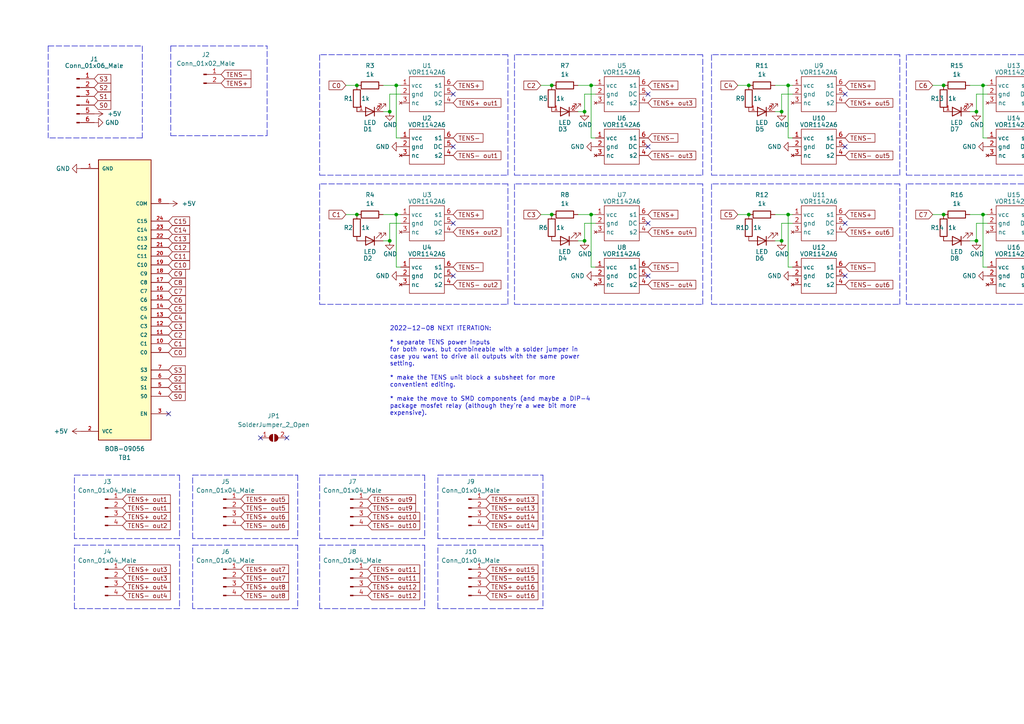
<source format=kicad_sch>
(kicad_sch (version 20211123) (generator eeschema)
  (paper "A4")
  (junction (at 160.02 24.765))
  (junction (at 399.415 24.765))
  (junction (at 169.545 32.385))
  (junction (at 511.175 32.385))
  (junction (at 113.03 69.85))
  (junction (at 340.995 69.85))
  (junction (at 217.17 62.23))
  (junction (at 171.45 24.765))
  (junction (at 103.505 24.765))
  (junction (at 387.985 62.23))
  (junction (at 103.505 62.23))
  (junction (at 171.45 62.23))
  (junction (at 273.685 24.765))
  (junction (at 454.66 32.385))
  (junction (at 397.51 32.385))
  (junction (at 283.21 69.85))
  (junction (at 340.995 32.385))
  (junction (at 456.565 62.23))
  (junction (at 445.135 24.765))
  (junction (at 454.66 69.85))
  (junction (at 228.6 24.765))
  (junction (at 285.115 62.23))
  (junction (at 513.08 62.23))
  (junction (at 226.695 32.385))
  (junction (at 160.02 62.23))
  (junction (at 114.935 24.765))
  (junction (at 445.135 62.23))
  (junction (at 456.565 24.765))
  (junction (at 283.21 32.385))
  (junction (at 511.175 69.85))
  (junction (at 387.985 24.765))
  (junction (at 226.695 69.85))
  (junction (at 331.47 62.23))
  (junction (at 114.935 62.23))
  (junction (at 113.03 32.385))
  (junction (at 217.17 24.765))
  (junction (at 342.9 62.23))
  (junction (at 342.9 24.765))
  (junction (at 285.115 24.765))
  (junction (at 397.51 69.85))
  (junction (at 228.6 62.23))
  (junction (at 513.08 24.765))
  (junction (at 273.685 62.23))
  (junction (at 501.65 24.765))
  (junction (at 399.415 62.23))
  (junction (at 169.545 69.85))
  (junction (at 501.65 62.23))
  (junction (at 331.47 24.765))
  (no_connect (at 301.625 27.305))
  (no_connect (at 301.625 80.01))
  (no_connect (at 48.895 120.015))
  (no_connect (at 187.96 27.305))
  (no_connect (at 131.445 80.01))
  (no_connect (at 529.59 80.01))
  (no_connect (at 187.96 42.545))
  (no_connect (at 529.59 27.305))
  (no_connect (at 473.075 27.305))
  (no_connect (at 473.075 42.545))
  (no_connect (at 245.11 64.77))
  (no_connect (at 529.59 64.77))
  (no_connect (at 359.41 42.545))
  (no_connect (at 83.185 127))
  (no_connect (at 245.11 80.01))
  (no_connect (at 301.625 64.77))
  (no_connect (at 359.41 80.01))
  (no_connect (at 473.075 80.01))
  (no_connect (at 187.96 64.77))
  (no_connect (at 187.96 80.01))
  (no_connect (at 415.925 80.01))
  (no_connect (at 415.925 27.305))
  (no_connect (at 75.565 127))
  (no_connect (at 473.075 64.77))
  (no_connect (at 245.11 27.305))
  (no_connect (at 131.445 42.545))
  (no_connect (at 415.925 64.77))
  (no_connect (at 245.11 42.545))
  (no_connect (at 415.925 42.545))
  (no_connect (at 359.41 27.305))
  (no_connect (at 131.445 27.305))
  (no_connect (at 131.445 64.77))
  (no_connect (at 529.59 42.545))
  (no_connect (at 359.41 64.77))
  (no_connect (at 301.625 42.545))
  (polyline (pts (xy 206.375 15.875) (xy 206.375 50.8)))
  (wire (pts (xy 281.305 24.765) (xy 285.115 24.765)))
  (polyline (pts (xy 262.89 53.34) (xy 262.89 88.265)))
  (wire (pts (xy 340.995 64.77) (xy 344.17 64.77)))
  (polyline (pts (xy 123.19 158.115) (xy 123.19 176.53)))
  (polyline (pts (xy 206.375 53.34) (xy 206.375 88.265)))
  (polyline (pts (xy 86.36 176.53) (xy 55.88 176.53)))
  (wire (pts (xy 456.565 62.23) (xy 456.565 77.47)))
  (wire (pts (xy 399.415 62.23) (xy 400.685 62.23)))
  (polyline (pts (xy 49.53 13.335) (xy 77.47 13.335)))
  (polyline (pts (xy 260.985 88.265) (xy 260.985 53.34)))
  (polyline (pts (xy 488.95 50.8) (xy 488.95 15.875)))
  (wire (pts (xy 224.79 32.385) (xy 226.695 32.385)))
  (polyline (pts (xy 375.285 53.34) (xy 320.675 53.34)))
  (polyline (pts (xy 157.48 158.115) (xy 157.48 176.53)))
  (polyline (pts (xy 317.5 50.8) (xy 317.5 15.875)))
  (wire (pts (xy 167.64 62.23) (xy 171.45 62.23)))
  (polyline (pts (xy 262.89 88.265) (xy 317.5 88.265)))
  (polyline (pts (xy 127 156.21) (xy 127 137.795)))
  (wire (pts (xy 111.125 32.385) (xy 113.03 32.385)))
  (polyline (pts (xy 127 176.53) (xy 127 158.115)))
  (wire (pts (xy 509.27 62.23) (xy 513.08 62.23)))
  (wire (pts (xy 113.03 69.85) (xy 113.03 64.77)))
  (wire (pts (xy 339.09 32.385) (xy 340.995 32.385)))
  (polyline (pts (xy 52.07 137.795) (xy 52.07 156.21)))
  (wire (pts (xy 228.6 24.765) (xy 229.87 24.765)))
  (wire (pts (xy 511.175 27.305) (xy 514.35 27.305)))
  (polyline (pts (xy 157.48 156.21) (xy 127 156.21)))
  (wire (pts (xy 511.175 64.77) (xy 514.35 64.77)))
  (wire (pts (xy 169.545 64.77) (xy 172.72 64.77)))
  (polyline (pts (xy 41.275 13.335) (xy 41.275 40.005)))
  (polyline (pts (xy 377.19 88.265) (xy 431.8 88.265)))
  (polyline (pts (xy 375.285 50.8) (xy 375.285 15.875)))
  (wire (pts (xy 114.935 24.765) (xy 114.935 40.005)))
  (polyline (pts (xy 21.59 158.115) (xy 52.07 158.115)))
  (polyline (pts (xy 320.675 88.265) (xy 375.285 88.265)))
  (polyline (pts (xy 92.71 156.21) (xy 92.71 137.795)))
  (wire (pts (xy 213.995 24.765) (xy 217.17 24.765)))
  (wire (pts (xy 328.295 62.23) (xy 331.47 62.23)))
  (wire (pts (xy 285.115 24.765) (xy 285.115 40.005)))
  (wire (pts (xy 226.695 69.85) (xy 226.695 64.77)))
  (wire (pts (xy 342.9 62.23) (xy 342.9 77.47)))
  (polyline (pts (xy 147.32 53.34) (xy 92.71 53.34)))
  (wire (pts (xy 169.545 32.385) (xy 169.545 27.305)))
  (wire (pts (xy 456.565 77.47) (xy 457.835 77.47)))
  (wire (pts (xy 454.66 64.77) (xy 457.835 64.77)))
  (polyline (pts (xy 317.5 53.34) (xy 262.89 53.34)))
  (polyline (pts (xy 431.8 15.875) (xy 377.19 15.875)))
  (polyline (pts (xy 92.71 176.53) (xy 92.71 158.115)))
  (wire (pts (xy 452.755 62.23) (xy 456.565 62.23)))
  (polyline (pts (xy 260.985 15.875) (xy 206.375 15.875)))
  (wire (pts (xy 513.08 24.765) (xy 513.08 40.005)))
  (polyline (pts (xy 55.88 137.795) (xy 86.36 137.795)))
  (wire (pts (xy 285.115 77.47) (xy 286.385 77.47)))
  (wire (pts (xy 328.295 24.765) (xy 331.47 24.765)))
  (polyline (pts (xy 52.07 158.115) (xy 52.07 176.53)))
  (polyline (pts (xy 21.59 137.795) (xy 52.07 137.795)))
  (polyline (pts (xy 92.71 53.34) (xy 92.71 88.265)))
  (polyline (pts (xy 157.48 137.795) (xy 157.48 156.21)))
  (polyline (pts (xy 434.34 15.875) (xy 434.34 50.8)))
  (polyline (pts (xy 149.225 88.265) (xy 203.835 88.265)))
  (polyline (pts (xy 49.53 39.37) (xy 77.47 39.37)))
  (wire (pts (xy 513.08 24.765) (xy 514.35 24.765)))
  (wire (pts (xy 397.51 69.85) (xy 397.51 64.77)))
  (wire (pts (xy 228.6 77.47) (xy 229.87 77.47)))
  (polyline (pts (xy 52.07 176.53) (xy 21.59 176.53)))
  (polyline (pts (xy 127 158.115) (xy 157.48 158.115)))
  (wire (pts (xy 169.545 69.85) (xy 169.545 64.77)))
  (wire (pts (xy 100.33 24.765) (xy 103.505 24.765)))
  (wire (pts (xy 342.9 24.765) (xy 342.9 40.005)))
  (polyline (pts (xy 21.59 156.21) (xy 21.59 137.795)))
  (wire (pts (xy 456.565 24.765) (xy 457.835 24.765)))
  (polyline (pts (xy 203.835 15.875) (xy 149.225 15.875)))
  (polyline (pts (xy 49.53 13.335) (xy 49.53 39.37)))
  (polyline (pts (xy 317.5 88.265) (xy 317.5 53.34)))
  (polyline (pts (xy 490.855 50.8) (xy 545.465 50.8)))
  (wire (pts (xy 111.125 24.765) (xy 114.935 24.765)))
  (polyline (pts (xy 203.835 53.34) (xy 149.225 53.34)))
  (polyline (pts (xy 488.95 88.265) (xy 488.95 53.34)))
  (polyline (pts (xy 431.8 50.8) (xy 431.8 15.875)))
  (polyline (pts (xy 545.465 15.875) (xy 490.855 15.875)))
  (wire (pts (xy 171.45 40.005) (xy 172.72 40.005)))
  (polyline (pts (xy 545.465 53.34) (xy 490.855 53.34)))
  (polyline (pts (xy 123.19 176.53) (xy 92.71 176.53)))
  (wire (pts (xy 339.09 69.85) (xy 340.995 69.85)))
  (wire (pts (xy 114.935 77.47) (xy 116.205 77.47)))
  (wire (pts (xy 513.08 40.005) (xy 514.35 40.005)))
  (wire (pts (xy 441.96 62.23) (xy 445.135 62.23)))
  (polyline (pts (xy 377.19 50.8) (xy 431.8 50.8)))
  (wire (pts (xy 399.415 24.765) (xy 399.415 40.005)))
  (polyline (pts (xy 490.855 53.34) (xy 490.855 88.265)))
  (polyline (pts (xy 490.855 15.875) (xy 490.855 50.8)))
  (polyline (pts (xy 488.95 53.34) (xy 434.34 53.34)))
  (polyline (pts (xy 123.19 156.21) (xy 92.71 156.21)))
  (wire (pts (xy 228.6 40.005) (xy 229.87 40.005)))
  (wire (pts (xy 454.66 69.85) (xy 454.66 64.77)))
  (polyline (pts (xy 149.225 53.34) (xy 149.225 88.265)))
  (wire (pts (xy 340.995 32.385) (xy 340.995 27.305)))
  (polyline (pts (xy 149.225 15.875) (xy 149.225 50.8)))
  (wire (pts (xy 213.995 62.23) (xy 217.17 62.23)))
  (polyline (pts (xy 320.675 53.34) (xy 320.675 88.265)))
  (polyline (pts (xy 317.5 15.875) (xy 262.89 15.875)))
  (wire (pts (xy 456.565 40.005) (xy 457.835 40.005)))
  (wire (pts (xy 395.605 32.385) (xy 397.51 32.385)))
  (wire (pts (xy 285.115 40.005) (xy 286.385 40.005)))
  (wire (pts (xy 441.96 24.765) (xy 445.135 24.765)))
  (wire (pts (xy 452.755 32.385) (xy 454.66 32.385)))
  (wire (pts (xy 456.565 62.23) (xy 457.835 62.23)))
  (polyline (pts (xy 377.19 53.34) (xy 377.19 88.265)))
  (wire (pts (xy 285.115 62.23) (xy 285.115 77.47)))
  (wire (pts (xy 285.115 24.765) (xy 286.385 24.765)))
  (wire (pts (xy 513.08 62.23) (xy 513.08 77.47)))
  (polyline (pts (xy 21.59 176.53) (xy 21.59 158.115)))
  (wire (pts (xy 339.09 24.765) (xy 342.9 24.765)))
  (wire (pts (xy 114.935 40.005) (xy 116.205 40.005)))
  (polyline (pts (xy 431.8 88.265) (xy 431.8 53.34)))
  (polyline (pts (xy 431.8 53.34) (xy 377.19 53.34)))
  (wire (pts (xy 224.79 62.23) (xy 228.6 62.23)))
  (polyline (pts (xy 260.985 53.34) (xy 206.375 53.34)))
  (polyline (pts (xy 92.71 50.8) (xy 147.32 50.8)))
  (polyline (pts (xy 320.675 15.875) (xy 320.675 50.8)))
  (wire (pts (xy 340.995 27.305) (xy 344.17 27.305)))
  (wire (pts (xy 171.45 24.765) (xy 172.72 24.765)))
  (wire (pts (xy 167.64 32.385) (xy 169.545 32.385)))
  (wire (pts (xy 509.27 24.765) (xy 513.08 24.765)))
  (polyline (pts (xy 203.835 50.8) (xy 203.835 15.875)))
  (wire (pts (xy 283.21 64.77) (xy 286.385 64.77)))
  (wire (pts (xy 509.27 32.385) (xy 511.175 32.385)))
  (polyline (pts (xy 55.88 156.21) (xy 55.88 137.795)))
  (wire (pts (xy 283.21 32.385) (xy 283.21 27.305)))
  (polyline (pts (xy 545.465 50.8) (xy 545.465 15.875)))
  (polyline (pts (xy 86.36 158.115) (xy 86.36 176.53)))
  (polyline (pts (xy 206.375 50.8) (xy 260.985 50.8)))
  (wire (pts (xy 156.845 62.23) (xy 160.02 62.23)))
  (polyline (pts (xy 147.32 50.8) (xy 147.32 15.875)))
  (polyline (pts (xy 203.835 88.265) (xy 203.835 53.34)))
  (wire (pts (xy 456.565 24.765) (xy 456.565 40.005)))
  (wire (pts (xy 397.51 32.385) (xy 397.51 27.305)))
  (wire (pts (xy 342.9 24.765) (xy 344.17 24.765)))
  (polyline (pts (xy 260.985 50.8) (xy 260.985 15.875)))
  (wire (pts (xy 399.415 62.23) (xy 399.415 77.47)))
  (wire (pts (xy 384.81 24.765) (xy 387.985 24.765)))
  (polyline (pts (xy 434.34 88.265) (xy 488.95 88.265)))
  (polyline (pts (xy 149.225 50.8) (xy 203.835 50.8)))
  (polyline (pts (xy 206.375 88.265) (xy 260.985 88.265)))
  (polyline (pts (xy 92.71 158.115) (xy 123.19 158.115)))
  (polyline (pts (xy 488.95 15.875) (xy 434.34 15.875)))
  (wire (pts (xy 270.51 62.23) (xy 273.685 62.23)))
  (polyline (pts (xy 262.89 15.875) (xy 262.89 50.8)))
  (polyline (pts (xy 123.19 137.795) (xy 123.19 156.21)))
  (wire (pts (xy 454.66 27.305) (xy 457.835 27.305)))
  (wire (pts (xy 340.995 69.85) (xy 340.995 64.77)))
  (wire (pts (xy 395.605 24.765) (xy 399.415 24.765)))
  (wire (pts (xy 270.51 24.765) (xy 273.685 24.765)))
  (polyline (pts (xy 92.71 88.265) (xy 147.32 88.265)))
  (wire (pts (xy 226.695 32.385) (xy 226.695 27.305)))
  (polyline (pts (xy 13.97 13.335) (xy 41.275 13.335)))
  (wire (pts (xy 224.79 24.765) (xy 228.6 24.765)))
  (wire (pts (xy 111.125 62.23) (xy 114.935 62.23)))
  (wire (pts (xy 452.755 24.765) (xy 456.565 24.765)))
  (polyline (pts (xy 52.07 156.21) (xy 21.59 156.21)))
  (polyline (pts (xy 490.855 88.265) (xy 545.465 88.265)))
  (wire (pts (xy 454.66 32.385) (xy 454.66 27.305)))
  (wire (pts (xy 342.9 40.005) (xy 344.17 40.005)))
  (wire (pts (xy 228.6 62.23) (xy 229.87 62.23)))
  (polyline (pts (xy 377.19 15.875) (xy 377.19 50.8)))
  (wire (pts (xy 283.21 27.305) (xy 286.385 27.305)))
  (polyline (pts (xy 55.88 158.115) (xy 86.36 158.115)))
  (wire (pts (xy 339.09 62.23) (xy 342.9 62.23)))
  (wire (pts (xy 167.64 24.765) (xy 171.45 24.765)))
  (wire (pts (xy 511.175 32.385) (xy 511.175 27.305)))
  (wire (pts (xy 397.51 64.77) (xy 400.685 64.77)))
  (wire (pts (xy 114.935 62.23) (xy 116.205 62.23)))
  (wire (pts (xy 167.64 69.85) (xy 169.545 69.85)))
  (wire (pts (xy 384.81 62.23) (xy 387.985 62.23)))
  (wire (pts (xy 399.415 40.005) (xy 400.685 40.005)))
  (wire (pts (xy 513.08 62.23) (xy 514.35 62.23)))
  (polyline (pts (xy 320.675 50.8) (xy 375.285 50.8)))
  (wire (pts (xy 113.03 64.77) (xy 116.205 64.77)))
  (polyline (pts (xy 262.89 50.8) (xy 317.5 50.8)))
  (wire (pts (xy 226.695 64.77) (xy 229.87 64.77)))
  (polyline (pts (xy 55.88 176.53) (xy 55.88 158.115)))
  (polyline (pts (xy 147.32 15.875) (xy 92.71 15.875)))
  (polyline (pts (xy 86.36 156.21) (xy 55.88 156.21)))
  (polyline (pts (xy 375.285 15.875) (xy 320.675 15.875)))
  (polyline (pts (xy 92.71 15.875) (xy 92.71 50.8)))
  (wire (pts (xy 169.545 27.305) (xy 172.72 27.305)))
  (wire (pts (xy 397.51 27.305) (xy 400.685 27.305)))
  (wire (pts (xy 113.03 27.305) (xy 116.205 27.305)))
  (wire (pts (xy 228.6 24.765) (xy 228.6 40.005)))
  (wire (pts (xy 498.475 62.23) (xy 501.65 62.23)))
  (wire (pts (xy 281.305 62.23) (xy 285.115 62.23)))
  (wire (pts (xy 171.45 62.23) (xy 172.72 62.23)))
  (polyline (pts (xy 434.34 53.34) (xy 434.34 88.265)))
  (wire (pts (xy 113.03 32.385) (xy 113.03 27.305)))
  (polyline (pts (xy 545.465 88.265) (xy 545.465 53.34)))
  (polyline (pts (xy 77.47 39.37) (xy 77.47 13.335)))
  (wire (pts (xy 395.605 69.85) (xy 397.51 69.85)))
  (wire (pts (xy 224.79 69.85) (xy 226.695 69.85)))
  (wire (pts (xy 281.305 32.385) (xy 283.21 32.385)))
  (polyline (pts (xy 41.275 40.005) (xy 13.97 40.005)))
  (wire (pts (xy 511.175 69.85) (xy 511.175 64.77)))
  (wire (pts (xy 100.33 62.23) (xy 103.505 62.23)))
  (wire (pts (xy 171.45 77.47) (xy 172.72 77.47)))
  (wire (pts (xy 156.845 24.765) (xy 160.02 24.765)))
  (polyline (pts (xy 86.36 137.795) (xy 86.36 156.21)))
  (wire (pts (xy 226.695 27.305) (xy 229.87 27.305)))
  (wire (pts (xy 171.45 62.23) (xy 171.45 77.47)))
  (wire (pts (xy 283.21 69.85) (xy 283.21 64.77)))
  (wire (pts (xy 509.27 69.85) (xy 511.175 69.85)))
  (wire (pts (xy 452.755 69.85) (xy 454.66 69.85)))
  (polyline (pts (xy 92.71 137.795) (xy 123.19 137.795)))
  (wire (pts (xy 342.9 62.23) (xy 344.17 62.23)))
  (polyline (pts (xy 127 137.795) (xy 157.48 137.795)))
  (polyline (pts (xy 13.97 13.335) (xy 13.97 40.005)))
  (wire (pts (xy 111.125 69.85) (xy 113.03 69.85)))
  (polyline (pts (xy 157.48 176.53) (xy 127 176.53)))
  (wire (pts (xy 513.08 77.47) (xy 514.35 77.47)))
  (wire (pts (xy 281.305 69.85) (xy 283.21 69.85)))
  (wire (pts (xy 399.415 77.47) (xy 400.685 77.47)))
  (polyline (pts (xy 147.32 88.265) (xy 147.32 53.34)))
  (wire (pts (xy 399.415 24.765) (xy 400.685 24.765)))
  (wire (pts (xy 228.6 62.23) (xy 228.6 77.47)))
  (wire (pts (xy 498.475 24.765) (xy 501.65 24.765)))
  (wire (pts (xy 342.9 77.47) (xy 344.17 77.47)))
  (wire (pts (xy 171.45 24.765) (xy 171.45 40.005)))
  (wire (pts (xy 285.115 62.23) (xy 286.385 62.23)))
  (polyline (pts (xy 375.285 88.265) (xy 375.285 53.34)))
  (wire (pts (xy 395.605 62.23) (xy 399.415 62.23)))
  (wire (pts (xy 114.935 24.765) (xy 116.205 24.765)))
  (polyline (pts (xy 434.34 50.8) (xy 488.95 50.8)))
  (wire (pts (xy 114.935 62.23) (xy 114.935 77.47)))
  (text "2022-12-08 NEXT ITERATION: \n\n* separate TENS power inputs \nfor both rows, but combineable with a solder jumper in \ncase you want to drive all outputs with the same power \nsetting.\n\n* make the TENS unit block a subsheet for more \nconventient editing.\n\n* make the move to SMD components (and maybe a DIP-4\npackage mosfet relay (although they're a wee bit more \nexpensive)." (at 113.03 120.65 0) (effects (font (size 1.27 1.27)) (justify left bottom)))
  (global_label "TENS+" (shape input) (at 131.445 62.23 0) (property "Intersheet References" "${INTERSHEET_REFS}" (effects hide)))
  (global_label "TENS+ out13" (shape input) (at 473.075 29.845 0) (property "Intersheet References" "${INTERSHEET_REFS}" (effects hide)))
  (global_label "TENS+" (shape input) (at 359.41 62.23 0) (property "Intersheet References" "${INTERSHEET_REFS}" (effects hide)))
  (global_label "TENS- out1" (shape input) (at 131.445 45.085 0) (property "Intersheet References" "${INTERSHEET_REFS}" (effects hide)))
  (global_label "TENS+ out10" (shape input) (at 359.41 67.31 0) (property "Intersheet References" "${INTERSHEET_REFS}" (effects hide)))
  (global_label "C13" (shape input) (at 48.895 69.215 0) (property "Intersheet References" "${INTERSHEET_REFS}" (effects hide)))
  (global_label "C13" (shape input) (at 441.96 62.23 180) (property "Intersheet References" "${INTERSHEET_REFS}" (effects hide)))
  (global_label "TENS- out8" (shape input) (at 69.85 172.72 0) (property "Intersheet References" "${INTERSHEET_REFS}" (effects hide)))
  (global_label "C5" (shape input) (at 48.895 89.535 0) (property "Intersheet References" "${INTERSHEET_REFS}" (effects hide)))
  (global_label "TENS-" (shape input) (at 529.59 77.47 0) (property "Intersheet References" "${INTERSHEET_REFS}" (effects hide)))
  (global_label "TENS-" (shape input) (at 359.41 40.005 0) (property "Intersheet References" "${INTERSHEET_REFS}" (effects hide)))
  (global_label "TENS- out11" (shape input) (at 106.68 167.64 0) (property "Intersheet References" "${INTERSHEET_REFS}" (effects hide)))
  (global_label "C15" (shape input) (at 48.895 64.135 0) (property "Intersheet References" "${INTERSHEET_REFS}" (effects hide)))
  (global_label "TENS- out14" (shape input) (at 140.97 152.4 0) (property "Intersheet References" "${INTERSHEET_REFS}" (effects hide)))
  (global_label "TENS- out6" (shape input) (at 69.85 152.4 0) (property "Intersheet References" "${INTERSHEET_REFS}" (effects hide)))
  (global_label "C7" (shape input) (at 270.51 62.23 180) (property "Intersheet References" "${INTERSHEET_REFS}" (effects hide)))
  (global_label "TENS+ out4" (shape input) (at 187.96 67.31 0) (property "Intersheet References" "${INTERSHEET_REFS}" (effects hide)))
  (global_label "TENS+ out12" (shape input) (at 415.925 67.31 0) (property "Intersheet References" "${INTERSHEET_REFS}" (effects hide)))
  (global_label "TENS- out16" (shape input) (at 529.59 82.55 0) (property "Intersheet References" "${INTERSHEET_REFS}" (effects hide)))
  (global_label "TENS+ out15" (shape input) (at 529.59 29.845 0) (property "Intersheet References" "${INTERSHEET_REFS}" (effects hide)))
  (global_label "TENS+" (shape input) (at 301.625 24.765 0) (property "Intersheet References" "${INTERSHEET_REFS}" (effects hide)))
  (global_label "TENS- out9" (shape input) (at 106.68 147.32 0) (property "Intersheet References" "${INTERSHEET_REFS}" (effects hide)))
  (global_label "TENS+" (shape input) (at 64.135 24.13 0) (property "Intersheet References" "${INTERSHEET_REFS}" (effects hide)))
  (global_label "C8" (shape input) (at 48.895 81.915 0) (property "Intersheet References" "${INTERSHEET_REFS}" (effects hide)))
  (global_label "TENS- out4" (shape input) (at 187.96 82.55 0) (property "Intersheet References" "${INTERSHEET_REFS}" (effects hide)))
  (global_label "C3" (shape input) (at 156.845 62.23 180) (property "Intersheet References" "${INTERSHEET_REFS}" (effects hide)))
  (global_label "C1" (shape input) (at 48.895 99.695 0) (property "Intersheet References" "${INTERSHEET_REFS}" (effects hide)))
  (global_label "TENS- out7" (shape input) (at 301.625 45.085 0) (property "Intersheet References" "${INTERSHEET_REFS}" (effects hide)))
  (global_label "S0" (shape input) (at 27.305 30.48 0) (property "Intersheet References" "${INTERSHEET_REFS}" (effects hide)))
  (global_label "S2" (shape input) (at 48.895 109.855 0) (property "Intersheet References" "${INTERSHEET_REFS}" (effects hide)))
  (global_label "TENS+ out8" (shape input) (at 301.625 67.31 0) (property "Intersheet References" "${INTERSHEET_REFS}" (effects hide)))
  (global_label "C7" (shape input) (at 48.895 84.455 0) (property "Intersheet References" "${INTERSHEET_REFS}" (effects hide)))
  (global_label "TENS+ out10" (shape input) (at 106.68 149.86 0) (property "Intersheet References" "${INTERSHEET_REFS}" (effects hide)))
  (global_label "S0" (shape input) (at 48.895 114.935 0) (property "Intersheet References" "${INTERSHEET_REFS}" (effects hide)))
  (global_label "TENS+ out13" (shape input) (at 140.97 144.78 0) (property "Intersheet References" "${INTERSHEET_REFS}" (effects hide)))
  (global_label "TENS-" (shape input) (at 187.96 40.005 0) (property "Intersheet References" "${INTERSHEET_REFS}" (effects hide)))
  (global_label "TENS+ out14" (shape input) (at 473.075 67.31 0) (property "Intersheet References" "${INTERSHEET_REFS}" (effects hide)))
  (global_label "TENS-" (shape input) (at 415.925 77.47 0) (property "Intersheet References" "${INTERSHEET_REFS}" (effects hide)))
  (global_label "TENS- out16" (shape input) (at 140.97 172.72 0) (property "Intersheet References" "${INTERSHEET_REFS}" (effects hide)))
  (global_label "TENS+ out15" (shape input) (at 140.97 165.1 0) (property "Intersheet References" "${INTERSHEET_REFS}" (effects hide)))
  (global_label "TENS+ out1" (shape input) (at 131.445 29.845 0) (property "Intersheet References" "${INTERSHEET_REFS}" (effects hide)))
  (global_label "TENS+ out8" (shape input) (at 69.85 170.18 0) (property "Intersheet References" "${INTERSHEET_REFS}" (effects hide)))
  (global_label "TENS- out15" (shape input) (at 529.59 45.085 0) (property "Intersheet References" "${INTERSHEET_REFS}" (effects hide)))
  (global_label "C6" (shape input) (at 270.51 24.765 180) (property "Intersheet References" "${INTERSHEET_REFS}" (effects hide)))
  (global_label "S2" (shape input) (at 27.305 25.4 0) (property "Intersheet References" "${INTERSHEET_REFS}" (effects hide)))
  (global_label "C11" (shape input) (at 48.895 74.295 0) (property "Intersheet References" "${INTERSHEET_REFS}" (effects hide)))
  (global_label "TENS-" (shape input) (at 131.445 77.47 0) (property "Intersheet References" "${INTERSHEET_REFS}" (effects hide)))
  (global_label "TENS-" (shape input) (at 187.96 77.47 0) (property "Intersheet References" "${INTERSHEET_REFS}" (effects hide)))
  (global_label "TENS+" (shape input) (at 415.925 62.23 0) (property "Intersheet References" "${INTERSHEET_REFS}" (effects hide)))
  (global_label "TENS+ out9" (shape input) (at 106.68 144.78 0) (property "Intersheet References" "${INTERSHEET_REFS}" (effects hide)))
  (global_label "TENS+" (shape input) (at 245.11 62.23 0) (property "Intersheet References" "${INTERSHEET_REFS}" (effects hide)))
  (global_label "TENS- out2" (shape input) (at 131.445 82.55 0) (property "Intersheet References" "${INTERSHEET_REFS}" (effects hide)))
  (global_label "S3" (shape input) (at 27.305 22.86 0) (property "Intersheet References" "${INTERSHEET_REFS}" (effects hide)))
  (global_label "TENS- out10" (shape input) (at 359.41 82.55 0) (property "Intersheet References" "${INTERSHEET_REFS}" (effects hide)))
  (global_label "TENS- out7" (shape input) (at 69.85 167.64 0) (property "Intersheet References" "${INTERSHEET_REFS}" (effects hide)))
  (global_label "TENS- out12" (shape input) (at 106.68 172.72 0) (property "Intersheet References" "${INTERSHEET_REFS}" (effects hide)))
  (global_label "S1" (shape input) (at 27.305 27.94 0) (property "Intersheet References" "${INTERSHEET_REFS}" (effects hide)))
  (global_label "TENS+ out7" (shape input) (at 301.625 29.845 0) (property "Intersheet References" "${INTERSHEET_REFS}" (effects hide)))
  (global_label "TENS- out4" (shape input) (at 35.56 172.72 0) (property "Intersheet References" "${INTERSHEET_REFS}" (effects hide)))
  (global_label "TENS+ out2" (shape input) (at 131.445 67.31 0) (property "Intersheet References" "${INTERSHEET_REFS}" (effects hide)))
  (global_label "C3" (shape input) (at 48.895 94.615 0) (property "Intersheet References" "${INTERSHEET_REFS}" (effects hide)))
  (global_label "TENS+" (shape input) (at 473.075 24.765 0) (property "Intersheet References" "${INTERSHEET_REFS}" (effects hide)))
  (global_label "S3" (shape input) (at 48.895 107.315 0) (property "Intersheet References" "${INTERSHEET_REFS}" (effects hide)))
  (global_label "TENS-" (shape input) (at 415.925 40.005 0) (property "Intersheet References" "${INTERSHEET_REFS}" (effects hide)))
  (global_label "TENS- out9" (shape input) (at 359.41 45.085 0) (property "Intersheet References" "${INTERSHEET_REFS}" (effects hide)))
  (global_label "TENS- out10" (shape input) (at 106.68 152.4 0) (property "Intersheet References" "${INTERSHEET_REFS}" (effects hide)))
  (global_label "C12" (shape input) (at 48.895 71.755 0) (property "Intersheet References" "${INTERSHEET_REFS}" (effects hide)))
  (global_label "TENS+ out9" (shape input) (at 359.41 29.845 0) (property "Intersheet References" "${INTERSHEET_REFS}" (effects hide)))
  (global_label "TENS+ out5" (shape input) (at 69.85 144.78 0) (property "Intersheet References" "${INTERSHEET_REFS}" (effects hide)))
  (global_label "C10" (shape input) (at 48.895 76.835 0) (property "Intersheet References" "${INTERSHEET_REFS}" (effects hide)))
  (global_label "C6" (shape input) (at 48.895 86.995 0) (property "Intersheet References" "${INTERSHEET_REFS}" (effects hide)))
  (global_label "TENS+ out1" (shape input) (at 35.56 144.78 0) (property "Intersheet References" "${INTERSHEET_REFS}" (effects hide)))
  (global_label "TENS-" (shape input) (at 245.11 40.005 0) (property "Intersheet References" "${INTERSHEET_REFS}" (effects hide)))
  (global_label "TENS- out12" (shape input) (at 415.925 82.55 0) (property "Intersheet References" "${INTERSHEET_REFS}" (effects hide)))
  (global_label "TENS-" (shape input) (at 529.59 40.005 0) (property "Intersheet References" "${INTERSHEET_REFS}" (effects hide)))
  (global_label "TENS-" (shape input) (at 301.625 40.005 0) (property "Intersheet References" "${INTERSHEET_REFS}" (effects hide)))
  (global_label "TENS+ out3" (shape input) (at 187.96 29.845 0) (property "Intersheet References" "${INTERSHEET_REFS}" (effects hide)))
  (global_label "TENS+" (shape input) (at 187.96 62.23 0) (property "Intersheet References" "${INTERSHEET_REFS}" (effects hide)))
  (global_label "C14" (shape input) (at 48.895 66.675 0) (property "Intersheet References" "${INTERSHEET_REFS}" (effects hide)))
  (global_label "TENS- out13" (shape input) (at 140.97 147.32 0) (property "Intersheet References" "${INTERSHEET_REFS}" (effects hide)))
  (global_label "TENS+" (shape input) (at 529.59 62.23 0) (property "Intersheet References" "${INTERSHEET_REFS}" (effects hide)))
  (global_label "TENS+" (shape input) (at 359.41 24.765 0) (property "Intersheet References" "${INTERSHEET_REFS}" (effects hide)))
  (global_label "TENS+ out2" (shape input) (at 35.56 149.86 0) (property "Intersheet References" "${INTERSHEET_REFS}" (effects hide)))
  (global_label "TENS- out6" (shape input) (at 245.11 82.55 0) (property "Intersheet References" "${INTERSHEET_REFS}" (effects hide)))
  (global_label "TENS+ out5" (shape input) (at 245.11 29.845 0) (property "Intersheet References" "${INTERSHEET_REFS}" (effects hide)))
  (global_label "TENS- out15" (shape input) (at 140.97 167.64 0) (property "Intersheet References" "${INTERSHEET_REFS}" (effects hide)))
  (global_label "C1" (shape input) (at 100.33 62.23 180) (property "Intersheet References" "${INTERSHEET_REFS}" (effects hide)))
  (global_label "TENS+ out11" (shape input) (at 415.925 29.845 0) (property "Intersheet References" "${INTERSHEET_REFS}" (effects hide)))
  (global_label "TENS+ out6" (shape input) (at 69.85 149.86 0) (property "Intersheet References" "${INTERSHEET_REFS}" (effects hide)))
  (global_label "TENS+ out6" (shape input) (at 245.11 67.31 0) (property "Intersheet References" "${INTERSHEET_REFS}" (effects hide)))
  (global_label "TENS+" (shape input) (at 301.625 62.23 0) (property "Intersheet References" "${INTERSHEET_REFS}" (effects hide)))
  (global_label "S1" (shape input) (at 48.895 112.395 0) (property "Intersheet References" "${INTERSHEET_REFS}" (effects hide)))
  (global_label "TENS- out14" (shape input) (at 473.075 82.55 0) (property "Intersheet References" "${INTERSHEET_REFS}" (effects hide)))
  (global_label "TENS+ out4" (shape input) (at 35.56 170.18 0) (property "Intersheet References" "${INTERSHEET_REFS}" (effects hide)))
  (global_label "TENS- out5" (shape input) (at 245.11 45.085 0) (property "Intersheet References" "${INTERSHEET_REFS}" (effects hide)))
  (global_label "C10" (shape input) (at 384.81 24.765 180) (property "Intersheet References" "${INTERSHEET_REFS}" (effects hide)))
  (global_label "TENS+ out11" (shape input) (at 106.68 165.1 0) (property "Intersheet References" "${INTERSHEET_REFS}" (effects hide)))
  (global_label "TENS-" (shape input) (at 359.41 77.47 0) (property "Intersheet References" "${INTERSHEET_REFS}" (effects hide)))
  (global_label "TENS+ out7" (shape input) (at 69.85 165.1 0) (property "Intersheet References" "${INTERSHEET_REFS}" (effects hide)))
  (global_label "TENS- out2" (shape input) (at 35.56 152.4 0) (property "Intersheet References" "${INTERSHEET_REFS}" (effects hide)))
  (global_label "TENS+ out3" (shape input) (at 35.56 165.1 0) (property "Intersheet References" "${INTERSHEET_REFS}" (effects hide)))
  (global_label "C12" (shape input) (at 441.96 24.765 180) (property "Intersheet References" "${INTERSHEET_REFS}" (effects hide)))
  (global_label "C14" (shape input) (at 498.475 24.765 180) (property "Intersheet References" "${INTERSHEET_REFS}" (effects hide)))
  (global_label "TENS+ out14" (shape input) (at 140.97 149.86 0) (property "Intersheet References" "${INTERSHEET_REFS}" (effects hide)))
  (global_label "TENS-" (shape input) (at 473.075 77.47 0) (property "Intersheet References" "${INTERSHEET_REFS}" (effects hide)))
  (global_label "C4" (shape input) (at 213.995 24.765 180) (property "Intersheet References" "${INTERSHEET_REFS}" (effects hide)))
  (global_label "C9" (shape input) (at 48.895 79.375 0) (property "Intersheet References" "${INTERSHEET_REFS}" (effects hide)))
  (global_label "C11" (shape input) (at 384.81 62.23 180) (property "Intersheet References" "${INTERSHEET_REFS}" (effects hide)))
  (global_label "C5" (shape input) (at 213.995 62.23 180) (property "Intersheet References" "${INTERSHEET_REFS}" (effects hide)))
  (global_label "TENS+" (shape input) (at 187.96 24.765 0) (property "Intersheet References" "${INTERSHEET_REFS}" (effects hide)))
  (global_label "TENS- out5" (shape input) (at 69.85 147.32 0) (property "Intersheet References" "${INTERSHEET_REFS}" (effects hide)))
  (global_label "C0" (shape input) (at 100.33 24.765 180) (property "Intersheet References" "${INTERSHEET_REFS}" (effects hide)))
  (global_label "TENS+ out16" (shape input) (at 140.97 170.18 0) (property "Intersheet References" "${INTERSHEET_REFS}" (effects hide)))
  (global_label "TENS-" (shape input) (at 245.11 77.47 0) (property "Intersheet References" "${INTERSHEET_REFS}" (effects hide)))
  (global_label "TENS+" (shape input) (at 245.11 24.765 0) (property "Intersheet References" "${INTERSHEET_REFS}" (effects hide)))
  (global_label "TENS- out3" (shape input) (at 187.96 45.085 0) (property "Intersheet References" "${INTERSHEET_REFS}" (effects hide)))
  (global_label "C15" (shape input) (at 498.475 62.23 180) (property "Intersheet References" "${INTERSHEET_REFS}" (effects hide)))
  (global_label "TENS- out11" (shape input) (at 415.925 45.085 0) (property "Intersheet References" "${INTERSHEET_REFS}" (effects hide)))
  (global_label "C2" (shape input) (at 156.845 24.765 180) (property "Intersheet References" "${INTERSHEET_REFS}" (effects hide)))
  (global_label "C4" (shape input) (at 48.895 92.075 0) (property "Intersheet References" "${INTERSHEET_REFS}" (effects hide)))
  (global_label "C0" (shape input) (at 48.895 102.235 0) (property "Intersheet References" "${INTERSHEET_REFS}" (effects hide)))
  (global_label "C8" (shape input) (at 328.295 24.765 180) (property "Intersheet References" "${INTERSHEET_REFS}" (effects hide)))
  (global_label "TENS- out1" (shape input) (at 35.56 147.32 0) (property "Intersheet References" "${INTERSHEET_REFS}" (effects hide)))
  (global_label "TENS+" (shape input) (at 131.445 24.765 0) (property "Intersheet References" "${INTERSHEET_REFS}" (effects hide)))
  (global_label "TENS-" (shape input) (at 64.135 21.59 0) (property "Intersheet References" "${INTERSHEET_REFS}" (effects hide)))
  (global_label "TENS+" (shape input) (at 473.075 62.23 0) (property "Intersheet References" "${INTERSHEET_REFS}" (effects hide)))
  (global_label "TENS-" (shape input) (at 473.075 40.005 0) (property "Intersheet References" "${INTERSHEET_REFS}" (effects hide)))
  (global_label "TENS+" (shape input) (at 529.59 24.765 0) (property "Intersheet References" "${INTERSHEET_REFS}" (effects hide)))
  (global_label "TENS+ out12" (shape input) (at 106.68 170.18 0) (property "Intersheet References" "${INTERSHEET_REFS}" (effects hide)))
  (global_label "TENS-" (shape input) (at 301.625 77.47 0) (property "Intersheet References" "${INTERSHEET_REFS}" (effects hide)))
  (global_label "TENS-" (shape input) (at 131.445 40.005 0) (property "Intersheet References" "${INTERSHEET_REFS}" (effects hide)))
  (global_label "TENS+" (shape input) (at 415.925 24.765 0) (property "Intersheet References" "${INTERSHEET_REFS}" (effects hide)))
  (global_label "C9" (shape input) (at 328.295 62.23 180) (property "Intersheet References" "${INTERSHEET_REFS}" (effects hide)))
  (global_label "TENS- out8" (shape input) (at 301.625 82.55 0) (property "Intersheet References" "${INTERSHEET_REFS}" (effects hide)))
  (global_label "TENS- out3" (shape input) (at 35.56 167.64 0) (property "Intersheet References" "${INTERSHEET_REFS}" (effects hide)))
  (global_label "C2" (shape input) (at 48.895 97.155 0) (property "Intersheet References" "${INTERSHEET_REFS}" (effects hide)))
  (global_label "TENS+ out16" (shape input) (at 529.59 67.31 0) (property "Intersheet References" "${INTERSHEET_REFS}" (effects hide)))
  (global_label "TENS- out13" (shape input) (at 473.075 45.085 0) (property "Intersheet References" "${INTERSHEET_REFS}" (effects hide)))
  (symbol (lib_id "power:GND") (at 344.17 42.545 270) (unit 1)
    (property "Reference" "#PWR0118" (effects hide))
    (property "Value" "GND" (at 340.995 42.5451 90) (effects (justify right)))
  )
  (symbol (lib_id "Device:R") (at 217.17 28.575 0) (unit 1)
    (property "Reference" "R9" (at 213.36 28.575 0) (effects (justify left)))
    (property "Value" "1k" (at 218.44 28.575 0) (effects (justify left)))
    (property "Footprint" "Resistor_THT:R_Axial_DIN0207_L6.3mm_D2.5mm_P2.54mm_Vertical" (effects hide))
  )
  (symbol (lib_id "Device:R") (at 163.83 24.765 270) (unit 1)
    (property "Reference" "R7" (at 163.83 19.05 90))
    (property "Value" "1k" (at 163.83 21.59 90))
    (property "Footprint" "Resistor_THT:R_Axial_DIN0207_L6.3mm_D2.5mm_P2.54mm_Vertical" (effects hide))
  )
  (symbol (lib_name "VOR1142A6_2") (lib_id "Sparkfun 16-channel mux:VOR1142A6") (at 180.34 36.195 0) (unit 1)
    (property "Reference" "U6" (at 180.34 34.29 0))
    (property "Value" "VOR1142A6" (at 180.34 36.195 0))
    (property "Footprint" "Package_DIP:DIP-6_W7.62mm" (effects hide))
  )
  (symbol (lib_id "Connector:Conn_01x04_Male") (at 135.89 167.64 0) (unit 1)
    (property "Reference" "J10" (at 136.525 160.02 0))
    (property "Value" "Conn_01x04_Male" (at 136.525 162.56 0))
    (property "Footprint" "Connector_PinHeader_2.54mm:PinHeader_1x04_P2.54mm_Horizontal" (effects hide))
  )
  (symbol (lib_id "power:GND") (at 457.835 42.545 270) (unit 1)
    (property "Reference" "#PWR0124" (effects hide))
    (property "Value" "GND" (at 454.66 42.5451 90) (effects (justify right)))
  )
  (symbol (lib_name "VOR1142A6_1") (lib_id "Sparkfun 16-channel mux:VOR1142A6") (at 465.455 20.955 0) (unit 1)
    (property "Reference" "U25" (at 465.455 19.05 0))
    (property "Value" "VOR1142A6" (at 465.455 20.955 0))
    (property "Footprint" "Package_DIP:DIP-6_W7.62mm" (effects hide))
  )
  (symbol (lib_id "Sparkfun 16-channel mux:VOR1142A6") (at 237.49 73.66 0) (unit 1)
    (property "Reference" "U12" (at 237.49 71.755 0))
    (property "Value" "VOR1142A6" (at 237.49 73.66 0))
    (property "Footprint" "Package_DIP:DIP-6_W7.62mm" (effects hide))
  )
  (symbol (lib_id "power:GND") (at 400.685 42.545 270) (unit 1)
    (property "Reference" "#PWR0115" (effects hide))
    (property "Value" "GND" (at 397.51 42.5451 90) (effects (justify right)))
  )
  (symbol (lib_id "Sparkfun 16-channel mux:BOB-09056") (at 36.195 86.995 180) (unit 1)
    (property "Reference" "TB1" (at 36.195 132.715 0))
    (property "Value" "BOB-09056" (at 36.195 130.175 0))
    (property "Footprint" "BOB-09056 (16chan mux):XDCR_BOB-09056" (effects hide))
    (property "PARTREV" "N/A" (effects hide))
    (property "STANDARD" "Manufacturer Recommendations" (effects hide))
    (property "MAXIMUM_PACKAGE_HEIGHT" "N/A" (effects hide))
    (property "MANUFACTURER" "SparkFun Electronics" (effects hide))
  )
  (symbol (lib_id "Connector:Conn_01x04_Male") (at 101.6 147.32 0) (unit 1)
    (property "Reference" "J7" (at 102.235 139.7 0))
    (property "Value" "Conn_01x04_Male" (at 102.235 142.24 0))
    (property "Footprint" "Connector_PinHeader_2.54mm:PinHeader_1x04_P2.54mm_Horizontal" (effects hide))
  )
  (symbol (lib_id "Device:LED") (at 220.98 69.85 180) (unit 1)
    (property "Reference" "D6" (at 220.345 74.93 0))
    (property "Value" "LED" (at 220.98 73.025 0))
    (property "Footprint" "LED_THT:LED_D3.0mm" (effects hide))
  )
  (symbol (lib_name "VOR1142A6_3") (lib_id "Sparkfun 16-channel mux:VOR1142A6") (at 408.305 58.42 0) (unit 1)
    (property "Reference" "U23" (at 408.305 56.515 0))
    (property "Value" "VOR1142A6" (at 408.305 58.42 0))
    (property "Footprint" "Package_DIP:DIP-6_W7.62mm" (effects hide))
  )
  (symbol (lib_name "VOR1142A6_1") (lib_id "Sparkfun 16-channel mux:VOR1142A6") (at 123.825 20.955 0) (unit 1)
    (property "Reference" "U1" (at 123.825 19.05 0))
    (property "Value" "VOR1142A6" (at 123.825 20.955 0))
    (property "Footprint" "Package_DIP:DIP-6_W7.62mm" (effects hide))
  )
  (symbol (lib_id "Device:R") (at 273.685 28.575 0) (unit 1)
    (property "Reference" "R13" (at 269.875 28.575 0) (effects (justify left)))
    (property "Value" "1k" (at 274.955 28.575 0) (effects (justify left)))
    (property "Footprint" "Resistor_THT:R_Axial_DIN0207_L6.3mm_D2.5mm_P2.54mm_Vertical" (effects hide))
  )
  (symbol (lib_id "Device:R") (at 448.945 24.765 270) (unit 1)
    (property "Reference" "R27" (at 448.945 19.05 90))
    (property "Value" "1k" (at 448.945 21.59 90))
    (property "Footprint" "Resistor_THT:R_Axial_DIN0207_L6.3mm_D2.5mm_P2.54mm_Vertical" (effects hide))
  )
  (symbol (lib_id "Connector:Conn_01x06_Male") (at 22.225 27.94 0) (unit 1)
    (property "Reference" "J1" (at 27.305 17.145 0))
    (property "Value" "Conn_01x06_Male" (at 27.305 19.05 0))
    (property "Footprint" "Connector_PinHeader_2.54mm:PinHeader_1x06_P2.54mm_Horizontal" (effects hide))
  )
  (symbol (lib_id "power:GND") (at 514.35 42.545 270) (unit 1)
    (property "Reference" "#PWR0127" (effects hide))
    (property "Value" "GND" (at 511.175 42.5451 90) (effects (justify right)))
  )
  (symbol (lib_name "LED_1") (lib_id "Device:LED") (at 277.495 32.385 180) (unit 1)
    (property "Reference" "D7" (at 276.86 37.465 0))
    (property "Value" "LED" (at 277.495 35.56 0))
    (property "Footprint" "LED_THT:LED_D3.0mm" (effects hide))
  )
  (symbol (lib_name "LED_1") (lib_id "Device:LED") (at 448.945 32.385 180) (unit 1)
    (property "Reference" "D13" (at 448.31 37.465 0))
    (property "Value" "LED" (at 448.945 35.56 0))
    (property "Footprint" "LED_THT:LED_D3.0mm" (effects hide))
  )
  (symbol (lib_name "LED_1") (lib_id "Device:LED") (at 220.98 32.385 180) (unit 1)
    (property "Reference" "D5" (at 220.345 37.465 0))
    (property "Value" "LED" (at 220.98 35.56 0))
    (property "Footprint" "LED_THT:LED_D3.0mm" (effects hide))
  )
  (symbol (lib_id "Device:R") (at 505.46 24.765 270) (unit 1)
    (property "Reference" "R31" (at 505.46 19.05 90))
    (property "Value" "1k" (at 505.46 21.59 90))
    (property "Footprint" "Resistor_THT:R_Axial_DIN0207_L6.3mm_D2.5mm_P2.54mm_Vertical" (effects hide))
  )
  (symbol (lib_id "Device:LED") (at 448.945 69.85 180) (unit 1)
    (property "Reference" "D14" (at 448.31 74.93 0))
    (property "Value" "LED" (at 448.945 73.025 0))
    (property "Footprint" "LED_THT:LED_D3.0mm" (effects hide))
  )
  (symbol (lib_name "VOR1142A6_2") (lib_id "Sparkfun 16-channel mux:VOR1142A6") (at 408.305 36.195 0) (unit 1)
    (property "Reference" "U22" (at 408.305 34.29 0))
    (property "Value" "VOR1142A6" (at 408.305 36.195 0))
    (property "Footprint" "Package_DIP:DIP-6_W7.62mm" (effects hide))
  )
  (symbol (lib_id "Device:R") (at 331.47 66.04 0) (unit 1)
    (property "Reference" "R18" (at 327.66 66.04 0) (effects (justify left)))
    (property "Value" "1k" (at 332.74 66.04 0) (effects (justify left)))
    (property "Footprint" "Resistor_THT:R_Axial_DIN0207_L6.3mm_D2.5mm_P2.54mm_Vertical" (effects hide))
  )
  (symbol (lib_name "VOR1142A6_3") (lib_id "Sparkfun 16-channel mux:VOR1142A6") (at 351.79 58.42 0) (unit 1)
    (property "Reference" "U19" (at 351.79 56.515 0))
    (property "Value" "VOR1142A6" (at 351.79 58.42 0))
    (property "Footprint" "Package_DIP:DIP-6_W7.62mm" (effects hide))
  )
  (symbol (lib_name "VOR1142A6_3") (lib_id "Sparkfun 16-channel mux:VOR1142A6") (at 465.455 58.42 0) (unit 1)
    (property "Reference" "U27" (at 465.455 56.515 0))
    (property "Value" "VOR1142A6" (at 465.455 58.42 0))
    (property "Footprint" "Package_DIP:DIP-6_W7.62mm" (effects hide))
  )
  (symbol (lib_id "Device:R") (at 387.985 28.575 0) (unit 1)
    (property "Reference" "R21" (at 384.175 28.575 0) (effects (justify left)))
    (property "Value" "1k" (at 389.255 28.575 0) (effects (justify left)))
    (property "Footprint" "Resistor_THT:R_Axial_DIN0207_L6.3mm_D2.5mm_P2.54mm_Vertical" (effects hide))
  )
  (symbol (lib_id "Device:R") (at 387.985 66.04 0) (unit 1)
    (property "Reference" "R22" (at 384.175 66.04 0) (effects (justify left)))
    (property "Value" "1k" (at 389.255 66.04 0) (effects (justify left)))
    (property "Footprint" "Resistor_THT:R_Axial_DIN0207_L6.3mm_D2.5mm_P2.54mm_Vertical" (effects hide))
  )
  (symbol (lib_name "VOR1142A6_2") (lib_id "Sparkfun 16-channel mux:VOR1142A6") (at 123.825 36.195 0) (unit 1)
    (property "Reference" "U2" (at 123.825 34.29 0))
    (property "Value" "VOR1142A6" (at 123.825 36.195 0))
    (property "Footprint" "Package_DIP:DIP-6_W7.62mm" (effects hide))
  )
  (symbol (lib_id "Jumper:SolderJumper_2_Open") (at 79.375 127 0) (unit 1)
    (property "Reference" "JP1" (at 79.375 120.65 0))
    (property "Value" "SolderJumper_2_Open" (at 79.375 123.19 0))
    (property "Footprint" "Jumper:SolderJumper-2_P1.3mm_Open_Pad1.0x1.5mm" (effects hide))
  )
  (symbol (lib_id "power:GND") (at 116.205 80.01 270) (unit 1)
    (property "Reference" "#PWR0101" (effects hide))
    (property "Value" "GND" (at 113.03 80.0101 90) (effects (justify right)))
  )
  (symbol (lib_id "power:GND") (at 229.87 80.01 270) (unit 1)
    (property "Reference" "#PWR0105" (effects hide))
    (property "Value" "GND" (at 226.695 80.0101 90) (effects (justify right)))
  )
  (symbol (lib_id "Device:R") (at 445.135 66.04 0) (unit 1)
    (property "Reference" "R26" (at 441.325 66.04 0) (effects (justify left)))
    (property "Value" "1k" (at 446.405 66.04 0) (effects (justify left)))
    (property "Footprint" "Resistor_THT:R_Axial_DIN0207_L6.3mm_D2.5mm_P2.54mm_Vertical" (effects hide))
  )
  (symbol (lib_id "Sparkfun 16-channel mux:VOR1142A6") (at 351.79 73.66 0) (unit 1)
    (property "Reference" "U20" (at 351.79 71.755 0))
    (property "Value" "VOR1142A6" (at 351.79 73.66 0))
    (property "Footprint" "Package_DIP:DIP-6_W7.62mm" (effects hide))
  )
  (symbol (lib_id "Device:LED") (at 277.495 69.85 180) (unit 1)
    (property "Reference" "D8" (at 276.86 74.93 0))
    (property "Value" "LED" (at 277.495 73.025 0))
    (property "Footprint" "LED_THT:LED_D3.0mm" (effects hide))
  )
  (symbol (lib_id "Device:R") (at 331.47 28.575 0) (unit 1)
    (property "Reference" "R17" (at 327.66 28.575 0) (effects (justify left)))
    (property "Value" "1k" (at 332.74 28.575 0) (effects (justify left)))
    (property "Footprint" "Resistor_THT:R_Axial_DIN0207_L6.3mm_D2.5mm_P2.54mm_Vertical" (effects hide))
  )
  (symbol (lib_id "Connector:Conn_01x04_Male") (at 64.77 147.32 0) (unit 1)
    (property "Reference" "J5" (at 65.405 139.7 0))
    (property "Value" "Conn_01x04_Male" (at 65.405 142.24 0))
    (property "Footprint" "Connector_PinHeader_2.54mm:PinHeader_1x04_P2.54mm_Horizontal" (effects hide))
  )
  (symbol (lib_id "power:GND") (at 397.51 69.85 0) (unit 1)
    (property "Reference" "#PWR0117" (effects hide))
    (property "Value" "GND" (at 395.605 73.66 0) (effects (justify left)))
  )
  (symbol (lib_id "Connector:Conn_01x04_Male") (at 30.48 147.32 0) (unit 1)
    (property "Reference" "J3" (at 31.115 139.7 0))
    (property "Value" "Conn_01x04_Male" (at 31.115 142.24 0))
    (property "Footprint" "Connector_PinHeader_2.54mm:PinHeader_1x04_P2.54mm_Horizontal" (effects hide))
  )
  (symbol (lib_id "power:GND") (at 229.87 42.545 270) (unit 1)
    (property "Reference" "#PWR0112" (effects hide))
    (property "Value" "GND" (at 226.695 42.5451 90) (effects (justify right)))
  )
  (symbol (lib_id "power:GND") (at 457.835 80.01 270) (unit 1)
    (property "Reference" "#PWR0125" (effects hide))
    (property "Value" "GND" (at 454.66 80.0101 90) (effects (justify right)))
  )
  (symbol (lib_id "power:GND") (at 286.385 80.01 270) (unit 1)
    (property "Reference" "#PWR0110" (effects hide))
    (property "Value" "GND" (at 283.21 80.0101 90) (effects (justify right)))
  )
  (symbol (lib_id "Device:R") (at 277.495 62.23 270) (unit 1)
    (property "Reference" "R16" (at 277.495 56.515 90))
    (property "Value" "1k" (at 277.495 59.055 90))
    (property "Footprint" "Resistor_THT:R_Axial_DIN0207_L6.3mm_D2.5mm_P2.54mm_Vertical" (effects hide))
  )
  (symbol (lib_id "Device:R") (at 391.795 62.23 270) (unit 1)
    (property "Reference" "R24" (at 391.795 56.515 90))
    (property "Value" "1k" (at 391.795 59.055 90))
    (property "Footprint" "Resistor_THT:R_Axial_DIN0207_L6.3mm_D2.5mm_P2.54mm_Vertical" (effects hide))
  )
  (symbol (lib_id "Device:LED") (at 163.83 69.85 180) (unit 1)
    (property "Reference" "D4" (at 163.195 74.93 0))
    (property "Value" "LED" (at 163.83 73.025 0))
    (property "Footprint" "LED_THT:LED_D3.0mm" (effects hide))
  )
  (symbol (lib_id "power:GND") (at 172.72 80.01 270) (unit 1)
    (property "Reference" "#PWR09" (effects hide))
    (property "Value" "GND" (at 169.545 80.0101 90) (effects (justify right)))
  )
  (symbol (lib_id "power:+5V") (at 23.495 125.095 90) (unit 1)
    (property "Reference" "#PWR02" (effects hide))
    (property "Value" "+5V" (at 19.685 125.0951 90) (effects (justify left)))
  )
  (symbol (lib_id "Device:R") (at 163.83 62.23 270) (unit 1)
    (property "Reference" "R8" (at 163.83 56.515 90))
    (property "Value" "1k" (at 163.83 59.055 90))
    (property "Footprint" "Resistor_THT:R_Axial_DIN0207_L6.3mm_D2.5mm_P2.54mm_Vertical" (effects hide))
  )
  (symbol (lib_id "Device:R") (at 217.17 66.04 0) (unit 1)
    (property "Reference" "R10" (at 213.36 66.04 0) (effects (justify left)))
    (property "Value" "1k" (at 218.44 66.04 0) (effects (justify left)))
    (property "Footprint" "Resistor_THT:R_Axial_DIN0207_L6.3mm_D2.5mm_P2.54mm_Vertical" (effects hide))
  )
  (symbol (lib_id "Sparkfun 16-channel mux:VOR1142A6") (at 408.305 73.66 0) (unit 1)
    (property "Reference" "U24" (at 408.305 71.755 0))
    (property "Value" "VOR1142A6" (at 408.305 73.66 0))
    (property "Footprint" "Package_DIP:DIP-6_W7.62mm" (effects hide))
  )
  (symbol (lib_id "Device:R") (at 107.315 24.765 270) (unit 1)
    (property "Reference" "R3" (at 107.315 19.05 90))
    (property "Value" "1k" (at 107.315 21.59 90))
    (property "Footprint" "Resistor_THT:R_Axial_DIN0207_L6.3mm_D2.5mm_P2.54mm_Vertical" (effects hide))
  )
  (symbol (lib_id "Device:LED") (at 391.795 69.85 180) (unit 1)
    (property "Reference" "D12" (at 391.16 74.93 0))
    (property "Value" "LED" (at 391.795 73.025 0))
    (property "Footprint" "LED_THT:LED_D3.0mm" (effects hide))
  )
  (symbol (lib_name "LED_1") (lib_id "Device:LED") (at 163.83 32.385 180) (unit 1)
    (property "Reference" "D3" (at 163.195 37.465 0))
    (property "Value" "LED" (at 163.83 35.56 0))
    (property "Footprint" "LED_THT:LED_D3.0mm" (effects hide))
  )
  (symbol (lib_id "power:+5V") (at 27.305 33.02 270) (unit 1)
    (property "Reference" "#PWR03" (effects hide))
    (property "Value" "+5V" (at 31.115 33.0199 90) (effects (justify left)))
  )
  (symbol (lib_id "Connector:Conn_01x04_Male") (at 64.77 167.64 0) (unit 1)
    (property "Reference" "J6" (at 65.405 160.02 0))
    (property "Value" "Conn_01x04_Male" (at 65.405 162.56 0))
    (property "Footprint" "Connector_PinHeader_2.54mm:PinHeader_1x04_P2.54mm_Horizontal" (effects hide))
  )
  (symbol (lib_id "power:GND") (at 113.03 69.85 0) (unit 1)
    (property "Reference" "#PWR0102" (effects hide))
    (property "Value" "GND" (at 111.125 73.66 0) (effects (justify left)))
  )
  (symbol (lib_id "power:GND") (at 23.495 48.895 270) (unit 1)
    (property "Reference" "#PWR01" (effects hide))
    (property "Value" "GND" (at 20.32 48.8951 90) (effects (justify right)))
  )
  (symbol (lib_id "Device:R") (at 277.495 24.765 270) (unit 1)
    (property "Reference" "R15" (at 277.495 19.05 90))
    (property "Value" "1k" (at 277.495 21.59 90))
    (property "Footprint" "Resistor_THT:R_Axial_DIN0207_L6.3mm_D2.5mm_P2.54mm_Vertical" (effects hide))
  )
  (symbol (lib_id "Device:R") (at 103.505 28.575 0) (unit 1)
    (property "Reference" "R1" (at 99.695 28.575 0) (effects (justify left)))
    (property "Value" "1k" (at 104.775 28.575 0) (effects (justify left)))
    (property "Footprint" "Resistor_THT:R_Axial_DIN0207_L6.3mm_D2.5mm_P2.54mm_Vertical" (effects hide))
  )
  (symbol (lib_name "VOR1142A6_3") (lib_id "Sparkfun 16-channel mux:VOR1142A6") (at 180.34 58.42 0) (unit 1)
    (property "Reference" "U7" (at 180.34 56.515 0))
    (property "Value" "VOR1142A6" (at 180.34 58.42 0))
    (property "Footprint" "Package_DIP:DIP-6_W7.62mm" (effects hide))
  )
  (symbol (lib_name "VOR1142A6_1") (lib_id "Sparkfun 16-channel mux:VOR1142A6") (at 180.34 20.955 0) (unit 1)
    (property "Reference" "U5" (at 180.34 19.05 0))
    (property "Value" "VOR1142A6" (at 180.34 20.955 0))
    (property "Footprint" "Package_DIP:DIP-6_W7.62mm" (effects hide))
  )
  (symbol (lib_id "Device:R") (at 220.98 24.765 270) (unit 1)
    (property "Reference" "R11" (at 220.98 19.05 90))
    (property "Value" "1k" (at 220.98 21.59 90))
    (property "Footprint" "Resistor_THT:R_Axial_DIN0207_L6.3mm_D2.5mm_P2.54mm_Vertical" (effects hide))
  )
  (symbol (lib_name "VOR1142A6_3") (lib_id "Sparkfun 16-channel mux:VOR1142A6") (at 294.005 58.42 0) (unit 1)
    (property "Reference" "U15" (at 294.005 56.515 0))
    (property "Value" "VOR1142A6" (at 294.005 58.42 0))
    (property "Footprint" "Package_DIP:DIP-6_W7.62mm" (effects hide))
  )
  (symbol (lib_id "power:GND") (at 397.51 32.385 0) (unit 1)
    (property "Reference" "#PWR0116" (effects hide))
    (property "Value" "GND" (at 395.605 36.195 0) (effects (justify left)))
  )
  (symbol (lib_id "power:GND") (at 226.695 32.385 0) (unit 1)
    (property "Reference" "#PWR0111" (effects hide))
    (property "Value" "GND" (at 224.79 36.195 0) (effects (justify left)))
  )
  (symbol (lib_id "Device:R") (at 391.795 24.765 270) (unit 1)
    (property "Reference" "R23" (at 391.795 19.05 90))
    (property "Value" "1k" (at 391.795 21.59 90))
    (property "Footprint" "Resistor_THT:R_Axial_DIN0207_L6.3mm_D2.5mm_P2.54mm_Vertical" (effects hide))
  )
  (symbol (lib_name "VOR1142A6_1") (lib_id "Sparkfun 16-channel mux:VOR1142A6") (at 237.49 20.955 0) (unit 1)
    (property "Reference" "U9" (at 237.49 19.05 0))
    (property "Value" "VOR1142A6" (at 237.49 20.955 0))
    (property "Footprint" "Package_DIP:DIP-6_W7.62mm" (effects hide))
  )
  (symbol (lib_id "Connector:Conn_01x02_Male") (at 59.055 21.59 0) (unit 1)
    (property "Reference" "J2" (at 59.69 15.875 0))
    (property "Value" "Conn_01x02_Male" (at 59.69 18.415 0))
    (property "Footprint" "Connector_PinHeader_2.54mm:PinHeader_1x02_P2.54mm_Horizontal" (effects hide))
  )
  (symbol (lib_name "VOR1142A6_1") (lib_id "Sparkfun 16-channel mux:VOR1142A6") (at 351.79 20.955 0) (unit 1)
    (property "Reference" "U17" (at 351.79 19.05 0))
    (property "Value" "VOR1142A6" (at 351.79 20.955 0))
    (property "Footprint" "Package_DIP:DIP-6_W7.62mm" (effects hide))
  )
  (symbol (lib_id "Device:R") (at 335.28 62.23 270) (unit 1)
    (property "Reference" "R20" (at 335.28 56.515 90))
    (property "Value" "1k" (at 335.28 59.055 90))
    (property "Footprint" "Resistor_THT:R_Axial_DIN0207_L6.3mm_D2.5mm_P2.54mm_Vertical" (effects hide))
  )
  (symbol (lib_id "power:GND") (at 454.66 32.385 0) (unit 1)
    (property "Reference" "#PWR0123" (effects hide))
    (property "Value" "GND" (at 452.755 36.195 0) (effects (justify left)))
  )
  (symbol (lib_name "VOR1142A6_3") (lib_id "Sparkfun 16-channel mux:VOR1142A6") (at 237.49 58.42 0) (unit 1)
    (property "Reference" "U11" (at 237.49 56.515 0))
    (property "Value" "VOR1142A6" (at 237.49 58.42 0))
    (property "Footprint" "Package_DIP:DIP-6_W7.62mm" (effects hide))
  )
  (symbol (lib_id "Sparkfun 16-channel mux:VOR1142A6") (at 465.455 73.66 0) (unit 1)
    (property "Reference" "U28" (at 465.455 71.755 0))
    (property "Value" "VOR1142A6" (at 465.455 73.66 0))
    (property "Footprint" "Package_DIP:DIP-6_W7.62mm" (effects hide))
  )
  (symbol (lib_name "LED_1") (lib_id "Device:LED") (at 335.28 32.385 180) (unit 1)
    (property "Reference" "D9" (at 334.645 37.465 0))
    (property "Value" "LED" (at 335.28 35.56 0))
    (property "Footprint" "LED_THT:LED_D3.0mm" (effects hide))
  )
  (symbol (lib_id "Device:R") (at 505.46 62.23 270) (unit 1)
    (property "Reference" "R32" (at 505.46 56.515 90))
    (property "Value" "1k" (at 505.46 59.055 90))
    (property "Footprint" "Resistor_THT:R_Axial_DIN0207_L6.3mm_D2.5mm_P2.54mm_Vertical" (effects hide))
  )
  (symbol (lib_id "Device:R") (at 160.02 66.04 0) (unit 1)
    (property "Reference" "R6" (at 156.21 66.04 0) (effects (justify left)))
    (property "Value" "1k" (at 161.29 66.04 0) (effects (justify left)))
    (property "Footprint" "Resistor_THT:R_Axial_DIN0207_L6.3mm_D2.5mm_P2.54mm_Vertical" (effects hide))
  )
  (symbol (lib_id "Sparkfun 16-channel mux:VOR1142A6") (at 123.825 73.66 0) (unit 1)
    (property "Reference" "U4" (at 123.825 71.755 0))
    (property "Value" "VOR1142A6" (at 123.825 73.66 0))
    (property "Footprint" "Package_DIP:DIP-6_W7.62mm" (effects hide))
  )
  (symbol (lib_id "power:GND") (at 400.685 80.01 270) (unit 1)
    (property "Reference" "#PWR0122" (effects hide))
    (property "Value" "GND" (at 397.51 80.0101 90) (effects (justify right)))
  )
  (symbol (lib_id "Device:LED") (at 107.315 69.85 180) (unit 1)
    (property "Reference" "D2" (at 106.68 74.93 0))
    (property "Value" "LED" (at 107.315 73.025 0))
    (property "Footprint" "LED_THT:LED_D3.0mm" (effects hide))
  )
  (symbol (lib_name "VOR1142A6_1") (lib_id "Sparkfun 16-channel mux:VOR1142A6") (at 521.97 20.955 0) (unit 1)
    (property "Reference" "U29" (at 521.97 19.05 0))
    (property "Value" "VOR1142A6" (at 521.97 20.955 0))
    (property "Footprint" "Package_DIP:DIP-6_W7.62mm" (effects hide))
  )
  (symbol (lib_id "power:GND") (at 511.175 69.85 0) (unit 1)
    (property "Reference" "#PWR0121" (effects hide))
    (property "Value" "GND" (at 509.27 73.66 0) (effects (justify left)))
  )
  (symbol (lib_id "power:+5V") (at 48.895 59.055 270) (unit 1)
    (property "Reference" "#PWR05" (effects hide))
    (property "Value" "+5V" (at 52.705 59.0549 90) (effects (justify left)))
  )
  (symbol (lib_id "Device:R") (at 501.65 66.04 0) (unit 1)
    (property "Reference" "R30" (at 497.84 66.04 0) (effects (justify left)))
    (property "Value" "1k" (at 502.92 66.04 0) (effects (justify left)))
    (property "Footprint" "Resistor_THT:R_Axial_DIN0207_L6.3mm_D2.5mm_P2.54mm_Vertical" (effects hide))
  )
  (symbol (lib_name "VOR1142A6_1") (lib_id "Sparkfun 16-channel mux:VOR1142A6") (at 294.005 20.955 0) (unit 1)
    (property "Reference" "U13" (at 294.005 19.05 0))
    (property "Value" "VOR1142A6" (at 294.005 20.955 0))
    (property "Footprint" "Package_DIP:DIP-6_W7.62mm" (effects hide))
  )
  (symbol (lib_id "Device:R") (at 445.135 28.575 0) (unit 1)
    (property "Reference" "R25" (at 441.325 28.575 0) (effects (justify left)))
    (property "Value" "1k" (at 446.405 28.575 0) (effects (justify left)))
    (property "Footprint" "Resistor_THT:R_Axial_DIN0207_L6.3mm_D2.5mm_P2.54mm_Vertical" (effects hide))
  )
  (symbol (lib_name "VOR1142A6_2") (lib_id "Sparkfun 16-channel mux:VOR1142A6") (at 465.455 36.195 0) (unit 1)
    (property "Reference" "U26" (at 465.455 34.29 0))
    (property "Value" "VOR1142A6" (at 465.455 36.195 0))
    (property "Footprint" "Package_DIP:DIP-6_W7.62mm" (effects hide))
  )
  (symbol (lib_id "power:GND") (at 286.385 42.545 270) (unit 1)
    (property "Reference" "#PWR0109" (effects hide))
    (property "Value" "GND" (at 283.21 42.5451 90) (effects (justify right)))
  )
  (symbol (lib_id "power:GND") (at 113.03 32.385 0) (unit 1)
    (property "Reference" "#PWR0104" (effects hide))
    (property "Value" "GND" (at 111.125 36.195 0) (effects (justify left)))
  )
  (symbol (lib_id "Device:R") (at 103.505 66.04 0) (unit 1)
    (property "Reference" "R2" (at 99.695 66.04 0) (effects (justify left)))
    (property "Value" "1k" (at 104.775 66.04 0) (effects (justify left)))
    (property "Footprint" "Resistor_THT:R_Axial_DIN0207_L6.3mm_D2.5mm_P2.54mm_Vertical" (effects hide))
  )
  (symbol (lib_id "Device:LED") (at 505.46 69.85 180) (unit 1)
    (property "Reference" "D16" (at 504.825 74.93 0))
    (property "Value" "LED" (at 505.46 73.025 0))
    (property "Footprint" "LED_THT:LED_D3.0mm" (effects hide))
  )
  (symbol (lib_name "LED_1") (lib_id "Device:LED") (at 107.315 32.385 180) (unit 1)
    (property "Reference" "D1" (at 106.68 37.465 0))
    (property "Value" "LED" (at 107.315 35.56 0))
    (property "Footprint" "LED_THT:LED_D3.0mm" (effects hide))
  )
  (symbol (lib_name "VOR1142A6_3") (lib_id "Sparkfun 16-channel mux:VOR1142A6") (at 521.97 58.42 0) (unit 1)
    (property "Reference" "U31" (at 521.97 56.515 0))
    (property "Value" "VOR1142A6" (at 521.97 58.42 0))
    (property "Footprint" "Package_DIP:DIP-6_W7.62mm" (effects hide))
  )
  (symbol (lib_id "Sparkfun 16-channel mux:VOR1142A6") (at 294.005 73.66 0) (unit 1)
    (property "Reference" "U16" (at 294.005 71.755 0))
    (property "Value" "VOR1142A6" (at 294.005 73.66 0))
    (property "Footprint" "Package_DIP:DIP-6_W7.62mm" (effects hide))
  )
  (symbol (lib_name "LED_1") (lib_id "Device:LED") (at 391.795 32.385 180) (unit 1)
    (property "Reference" "D11" (at 391.16 37.465 0))
    (property "Value" "LED" (at 391.795 35.56 0))
    (property "Footprint" "LED_THT:LED_D3.0mm" (effects hide))
  )
  (symbol (lib_id "Connector:Conn_01x04_Male") (at 135.89 147.32 0) (unit 1)
    (property "Reference" "J9" (at 136.525 139.7 0))
    (property "Value" "Conn_01x04_Male" (at 136.525 142.24 0))
    (property "Footprint" "Connector_PinHeader_2.54mm:PinHeader_1x04_P2.54mm_Horizontal" (effects hide))
  )
  (symbol (lib_name "VOR1142A6_2") (lib_id "Sparkfun 16-channel mux:VOR1142A6") (at 521.97 36.195 0) (unit 1)
    (property "Reference" "U30" (at 521.97 34.29 0))
    (property "Value" "VOR1142A6" (at 521.97 36.195 0))
    (property "Footprint" "Package_DIP:DIP-6_W7.62mm" (effects hide))
  )
  (symbol (lib_id "power:GND") (at 340.995 69.85 0) (unit 1)
    (property "Reference" "#PWR0113" (effects hide))
    (property "Value" "GND" (at 339.09 73.66 0) (effects (justify left)))
  )
  (symbol (lib_id "Device:R") (at 160.02 28.575 0) (unit 1)
    (property "Reference" "R5" (at 156.21 28.575 0) (effects (justify left)))
    (property "Value" "1k" (at 161.29 28.575 0) (effects (justify left)))
    (property "Footprint" "Resistor_THT:R_Axial_DIN0207_L6.3mm_D2.5mm_P2.54mm_Vertical" (effects hide))
  )
  (symbol (lib_name "VOR1142A6_2") (lib_id "Sparkfun 16-channel mux:VOR1142A6") (at 237.49 36.195 0) (unit 1)
    (property "Reference" "U10" (at 237.49 34.29 0))
    (property "Value" "VOR1142A6" (at 237.49 36.195 0))
    (property "Footprint" "Package_DIP:DIP-6_W7.62mm" (effects hide))
  )
  (symbol (lib_id "power:GND") (at 454.66 69.85 0) (unit 1)
    (property "Reference" "#PWR0126" (effects hide))
    (property "Value" "GND" (at 452.755 73.66 0) (effects (justify left)))
  )
  (symbol (lib_id "Sparkfun 16-channel mux:VOR1142A6") (at 180.34 73.66 0) (unit 1)
    (property "Reference" "U8" (at 180.34 71.755 0))
    (property "Value" "VOR1142A6" (at 180.34 73.66 0))
    (property "Footprint" "Package_DIP:DIP-6_W7.62mm" (effects hide))
  )
  (symbol (lib_id "power:GND") (at 226.695 69.85 0) (unit 1)
    (property "Reference" "#PWR0106" (effects hide))
    (property "Value" "GND" (at 224.79 73.66 0) (effects (justify left)))
  )
  (symbol (lib_name "VOR1142A6_1") (lib_id "Sparkfun 16-channel mux:VOR1142A6") (at 408.305 20.955 0) (unit 1)
    (property "Reference" "U21" (at 408.305 19.05 0))
    (property "Value" "VOR1142A6" (at 408.305 20.955 0))
    (property "Footprint" "Package_DIP:DIP-6_W7.62mm" (effects hide))
  )
  (symbol (lib_id "Device:LED") (at 335.28 69.85 180) (unit 1)
    (property "Reference" "D10" (at 334.645 74.93 0))
    (property "Value" "LED" (at 335.28 73.025 0))
    (property "Footprint" "LED_THT:LED_D3.0mm" (effects hide))
  )
  (symbol (lib_id "Device:R") (at 448.945 62.23 270) (unit 1)
    (property "Reference" "R28" (at 448.945 56.515 90))
    (property "Value" "1k" (at 448.945 59.055 90))
    (property "Footprint" "Resistor_THT:R_Axial_DIN0207_L6.3mm_D2.5mm_P2.54mm_Vertical" (effects hide))
  )
  (symbol (lib_id "power:GND") (at 172.72 42.545 270) (unit 1)
    (property "Reference" "#PWR08" (effects hide))
    (property "Value" "GND" (at 169.545 42.5451 90) (effects (justify right)))
  )
  (symbol (lib_id "power:GND") (at 169.545 69.85 0) (unit 1)
    (property "Reference" "#PWR07" (effects hide))
    (property "Value" "GND" (at 167.64 73.66 0) (effects (justify left)))
  )
  (symbol (lib_name "LED_1") (lib_id "Device:LED") (at 505.46 32.385 180) (unit 1)
    (property "Reference" "D15" (at 504.825 37.465 0))
    (property "Value" "LED" (at 505.46 35.56 0))
    (property "Footprint" "LED_THT:LED_D3.0mm" (effects hide))
  )
  (symbol (lib_id "power:GND") (at 340.995 32.385 0) (unit 1)
    (property "Reference" "#PWR0119" (effects hide))
    (property "Value" "GND" (at 339.09 36.195 0) (effects (justify left)))
  )
  (symbol (lib_id "power:GND") (at 514.35 80.01 270) (unit 1)
    (property "Reference" "#PWR0120" (effects hide))
    (property "Value" "GND" (at 511.175 80.0101 90) (effects (justify right)))
  )
  (symbol (lib_id "power:GND") (at 283.21 32.385 0) (unit 1)
    (property "Reference" "#PWR0108" (effects hide))
    (property "Value" "GND" (at 281.305 36.195 0) (effects (justify left)))
  )
  (symbol (lib_id "power:GND") (at 27.305 35.56 90) (unit 1)
    (property "Reference" "#PWR04" (effects hide))
    (property "Value" "GND" (at 30.48 35.5599 90) (effects (justify right)))
  )
  (symbol (lib_id "Device:R") (at 107.315 62.23 270) (unit 1)
    (property "Reference" "R4" (at 107.315 56.515 90))
    (property "Value" "1k" (at 107.315 59.055 90))
    (property "Footprint" "Resistor_THT:R_Axial_DIN0207_L6.3mm_D2.5mm_P2.54mm_Vertical" (effects hide))
  )
  (symbol (lib_id "power:GND") (at 169.545 32.385 0) (unit 1)
    (property "Reference" "#PWR06" (effects hide))
    (property "Value" "GND" (at 167.64 36.195 0) (effects (justify left)))
  )
  (symbol (lib_id "Device:R") (at 501.65 28.575 0) (unit 1)
    (property "Reference" "R29" (at 497.84 28.575 0) (effects (justify left)))
    (property "Value" "1k" (at 502.92 28.575 0) (effects (justify left)))
    (property "Footprint" "Resistor_THT:R_Axial_DIN0207_L6.3mm_D2.5mm_P2.54mm_Vertical" (effects hide))
  )
  (symbol (lib_id "Connector:Conn_01x04_Male") (at 30.48 167.64 0) (unit 1)
    (property "Reference" "J4" (at 31.115 160.02 0))
    (property "Value" "Conn_01x04_Male" (at 31.115 162.56 0))
    (property "Footprint" "Connector_PinHeader_2.54mm:PinHeader_1x04_P2.54mm_Horizontal" (effects hide))
  )
  (symbol (lib_name "VOR1142A6_2") (lib_id "Sparkfun 16-channel mux:VOR1142A6") (at 351.79 36.195 0) (unit 1)
    (property "Reference" "U18" (at 351.79 34.29 0))
    (property "Value" "VOR1142A6" (at 351.79 36.195 0))
    (property "Footprint" "Package_DIP:DIP-6_W7.62mm" (effects hide))
  )
  (symbol (lib_name "VOR1142A6_3") (lib_id "Sparkfun 16-channel mux:VOR1142A6") (at 123.825 58.42 0) (unit 1)
    (property "Reference" "U3" (at 123.825 56.515 0))
    (property "Value" "VOR1142A6" (at 123.825 58.42 0))
    (property "Footprint" "Package_DIP:DIP-6_W7.62mm" (effects hide))
  )
  (symbol (lib_id "power:GND") (at 116.205 42.545 270) (unit 1)
    (property "Reference" "#PWR0103" (effects hide))
    (property "Value" "GND" (at 113.03 42.5451 90) (effects (justify right)))
  )
  (symbol (lib_id "Device:R") (at 220.98 62.23 270) (unit 1)
    (property "Reference" "R12" (at 220.98 56.515 90))
    (property "Value" "1k" (at 220.98 59.055 90))
    (property "Footprint" "Resistor_THT:R_Axial_DIN0207_L6.3mm_D2.5mm_P2.54mm_Vertical" (effects hide))
  )
  (symbol (lib_id "Connector:Conn_01x04_Male") (at 101.6 167.64 0) (unit 1)
    (property "Reference" "J8" (at 102.235 160.02 0))
    (property "Value" "Conn_01x04_Male" (at 102.235 162.56 0))
    (property "Footprint" "Connector_PinHeader_2.54mm:PinHeader_1x04_P2.54mm_Horizontal" (effects hide))
  )
  (symbol (lib_id "power:GND") (at 344.17 80.01 270) (unit 1)
    (property "Reference" "#PWR0114" (effects hide))
    (property "Value" "GND" (at 340.995 80.0101 90) (effects (justify right)))
  )
  (symbol (lib_name "VOR1142A6_2") (lib_id "Sparkfun 16-channel mux:VOR1142A6") (at 294.005 36.195 0) (unit 1)
    (property "Reference" "U14" (at 294.005 34.29 0))
    (property "Value" "VOR1142A6" (at 294.005 36.195 0))
    (property "Footprint" "Package_DIP:DIP-6_W7.62mm" (effects hide))
  )
  (symbol (lib_id "Device:R") (at 335.28 24.765 270) (unit 1)
    (property "Reference" "R19" (at 335.28 19.05 90))
    (property "Value" "1k" (at 335.28 21.59 90))
    (property "Footprint" "Resistor_THT:R_Axial_DIN0207_L6.3mm_D2.5mm_P2.54mm_Vertical" (effects hide))
  )
  (symbol (lib_id "power:GND") (at 283.21 69.85 0) (unit 1)
    (property "Reference" "#PWR0107" (effects hide))
    (property "Value" "GND" (at 281.305 73.66 0) (effects (justify left)))
  )
  (symbol (lib_id "power:GND") (at 511.175 32.385 0) (unit 1)
    (property "Reference" "#PWR0128" (effects hide))
    (property "Value" "GND" (at 509.27 36.195 0) (effects (justify left)))
  )
  (symbol (lib_id "Device:R") (at 273.685 66.04 0) (unit 1)
    (property "Reference" "R14" (at 269.875 66.04 0) (effects (justify left)))
    (property "Value" "1k" (at 274.955 66.04 0) (effects (justify left)))
    (property "Footprint" "Resistor_THT:R_Axial_DIN0207_L6.3mm_D2.5mm_P2.54mm_Vertical" (effects hide))
  )
  (symbol (lib_id "Sparkfun 16-channel mux:VOR1142A6") (at 521.97 73.66 0) (unit 1)
    (property "Reference" "U32" (at 521.97 71.755 0))
    (property "Value" "VOR1142A6" (at 521.97 73.66 0))
    (property "Footprint" "Package_DIP:DIP-6_W7.62mm" (effects hide))
  )
)
</source>
